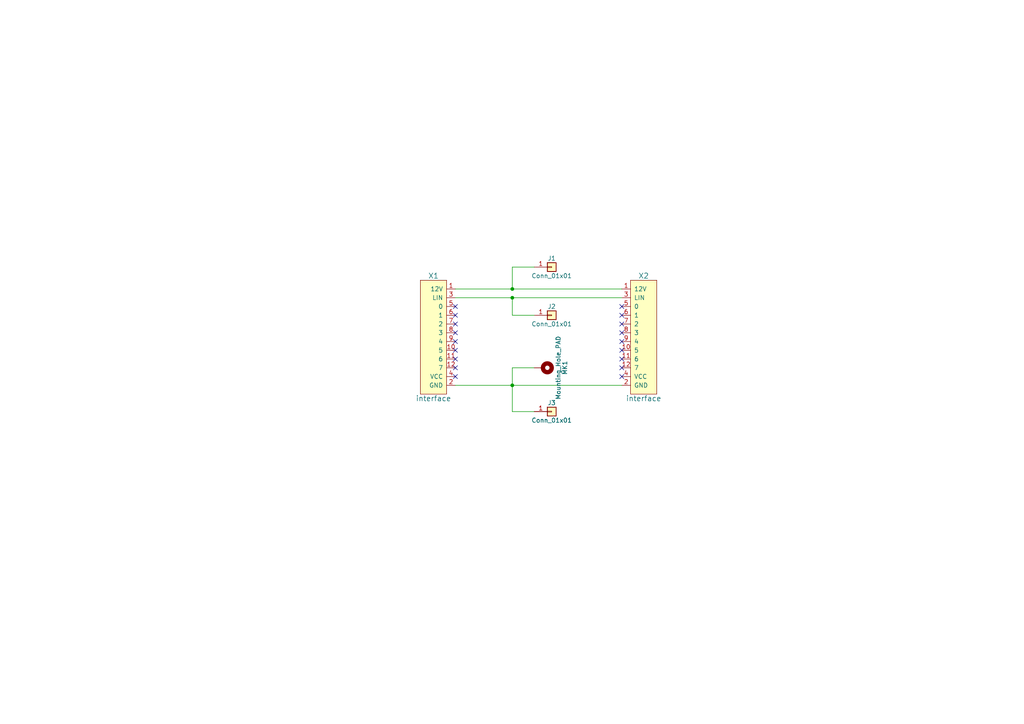
<source format=kicad_sch>
(kicad_sch (version 20230121) (generator eeschema)
  (paper "A4")
  (lib_symbols
    (symbol "12v-rescue:Conn_01x01" (pin_names (offset 1.016) hide)
      (property "Reference" "J" (at 0 2.54 0))
      (property "Value" "Conn_01x01" (at 0 -2.54 0))
      (symbol "Conn_01x01_1_1"
        (rectangle (start -1.27 0.127) (end 0 -0.127) (stroke (width 0.1524)))
        (rectangle (start -1.27 1.27) (end 1.27 -1.27) (stroke (width 0.254)) (fill (type background)))
        (pin passive line (at -5.08 0 0) (length 3.81) (name "Pin_1") (number "1"))
      )
    )
    (symbol "12v-rescue:Mounting_Hole_PAD" (pin_numbers hide) (pin_names (offset 1.016) hide)
      (property "Reference" "MK" (at 0 6.35 0))
      (property "Value" "Mounting_Hole_PAD" (at 0 4.445 0))
      (symbol "Mounting_Hole_PAD_0_1"
        (circle (center 0 1.27) (radius 1.27) (stroke (width 1.27)))
      )
      (symbol "Mounting_Hole_PAD_1_1"
        (pin input line (at 0 -2.54 90) (length 2.54) (name "1") (number "1"))
      )
    )
    (symbol "12v-rescue:interface" (pin_names (offset 1.016))
      (property "Reference" "X" (at 0 17.78 0))
      (property "Value" "interface" (at 0 -17.78 0))
      (symbol "interface_0_1"
        (rectangle (start 3.81 16.51) (end -3.81 -16.51) (fill (type background)))
      )
      (symbol "interface_1_1"
        (pin bidirectional line (at 6.35 13.97 180) (length 2.54) (name "12V") (number "1"))
        (pin bidirectional line (at 6.35 -3.81 180) (length 2.54) (name "5") (number "10"))
        (pin bidirectional line (at 6.35 -6.35 180) (length 2.54) (name "6") (number "11"))
        (pin bidirectional line (at 6.35 -8.89 180) (length 2.54) (name "7") (number "12"))
        (pin bidirectional line (at 6.35 -13.97 180) (length 2.54) (name "GND") (number "2"))
        (pin bidirectional line (at 6.35 11.43 180) (length 2.54) (name "LIN") (number "3"))
        (pin input line (at 6.35 -11.43 180) (length 2.54) (name "VCC") (number "4"))
        (pin bidirectional line (at 6.35 8.89 180) (length 2.54) (name "0") (number "5"))
        (pin bidirectional line (at 6.35 6.35 180) (length 2.54) (name "1") (number "6"))
        (pin bidirectional line (at 6.35 3.81 180) (length 2.54) (name "2") (number "7"))
        (pin bidirectional line (at 6.35 1.27 180) (length 2.54) (name "3") (number "8"))
        (pin bidirectional line (at 6.35 -1.27 180) (length 2.54) (name "4") (number "9"))
      )
    )
  )
  (junction (at 148.59 86.36))
  (junction (at 148.59 83.82))
  (junction (at 148.59 111.76))
  (no_connect (at 180.34 106.68))
  (no_connect (at 132.08 91.44))
  (no_connect (at 132.08 96.52))
  (no_connect (at 132.08 101.6))
  (no_connect (at 180.34 101.6))
  (no_connect (at 180.34 109.22))
  (no_connect (at 180.34 104.14))
  (no_connect (at 132.08 106.68))
  (no_connect (at 132.08 93.98))
  (no_connect (at 180.34 88.9))
  (no_connect (at 180.34 91.44))
  (no_connect (at 132.08 109.22))
  (no_connect (at 180.34 93.98))
  (no_connect (at 132.08 99.06))
  (no_connect (at 180.34 99.06))
  (no_connect (at 132.08 104.14))
  (no_connect (at 180.34 96.52))
  (no_connect (at 132.08 88.9))
  (wire (pts (xy 148.59 111.76) (xy 148.59 119.38)))
  (wire (pts (xy 148.59 86.36) (xy 180.34 86.36)))
  (wire (pts (xy 148.59 91.44) (xy 148.59 86.36)))
  (wire (pts (xy 154.94 91.44) (xy 148.59 91.44)))
  (wire (pts (xy 148.59 106.68) (xy 148.59 111.76)))
  (wire (pts (xy 154.94 77.47) (xy 148.59 77.47)))
  (wire (pts (xy 132.08 111.76) (xy 148.59 111.76)))
  (wire (pts (xy 148.59 83.82) (xy 180.34 83.82)))
  (wire (pts (xy 132.08 83.82) (xy 148.59 83.82)))
  (wire (pts (xy 148.59 77.47) (xy 148.59 83.82)))
  (wire (pts (xy 148.59 119.38) (xy 154.94 119.38)))
  (wire (pts (xy 132.08 86.36) (xy 148.59 86.36)))
  (wire (pts (xy 154.94 106.68) (xy 148.59 106.68)))
  (wire (pts (xy 148.59 111.76) (xy 180.34 111.76)))
  (symbol (lib_id "12v-rescue:interface") (at 125.73 97.79 0) (unit 1)
    (property "Reference" "X1" (at 125.73 80.01 0) (effects (font (size 1.524 1.524))))
    (property "Value" "interface" (at 125.73 115.57 0) (effects (font (size 1.524 1.524))))
    (property "Footprint" "interface:interface" (effects hide))
  )
  (symbol (lib_id "12v-rescue:interface") (at 186.69 97.79 0) (mirror y) (unit 1)
    (property "Reference" "X2" (at 186.69 80.01 0) (effects (font (size 1.524 1.524))))
    (property "Value" "interface" (at 186.69 115.57 0) (effects (font (size 1.524 1.524))))
    (property "Footprint" "interface:interface" (effects hide))
  )
  (symbol (lib_id "12v-rescue:Mounting_Hole_PAD") (at 157.48 106.68 270) (unit 1)
    (property "Reference" "MK1" (at 163.83 106.68 0))
    (property "Value" "Mounting_Hole_PAD" (at 161.925 106.68 0))
    (property "Footprint" "Mounting_Holes:MountingHole_3.2mm_M3_Pad" (effects hide))
  )
  (symbol (lib_id "12v-rescue:Conn_01x01") (at 160.02 77.47 0) (unit 1)
    (property "Reference" "J1" (at 160.02 74.93 0))
    (property "Value" "Conn_01x01" (at 160.02 80.01 0))
    (property "Footprint" "Wire_Pads:SolderWirePad_single_SMD_5x10mm" (effects hide))
  )
  (symbol (lib_id "12v-rescue:Conn_01x01") (at 160.02 91.44 0) (unit 1)
    (property "Reference" "J2" (at 160.02 88.9 0))
    (property "Value" "Conn_01x01" (at 160.02 93.98 0))
    (property "Footprint" "Wire_Pads:SolderWirePad_single_SMD_5x10mm" (effects hide))
  )
  (symbol (lib_id "12v-rescue:Conn_01x01") (at 160.02 119.38 0) (unit 1)
    (property "Reference" "J3" (at 160.02 116.84 0))
    (property "Value" "Conn_01x01" (at 160.02 121.92 0))
    (property "Footprint" "Wire_Pads:SolderWirePad_single_SMD_5x10mm" (effects hide))
  )
)
</source>
